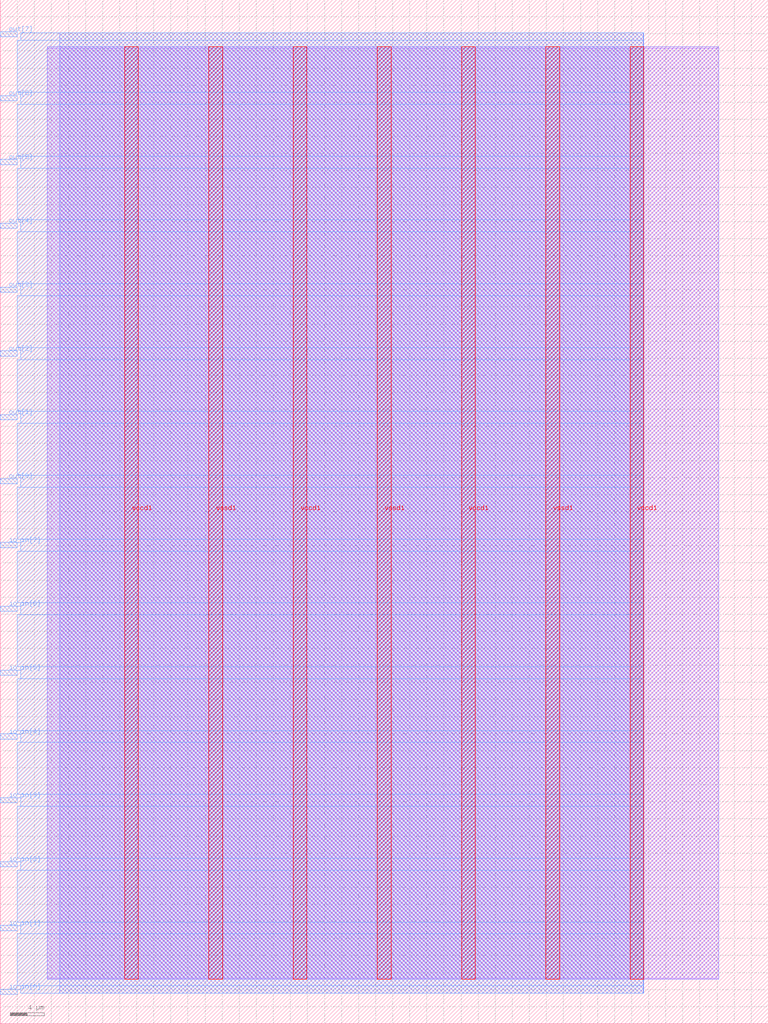
<source format=lef>
VERSION 5.7 ;
  NOWIREEXTENSIONATPIN ON ;
  DIVIDERCHAR "/" ;
  BUSBITCHARS "[]" ;
MACRO user_module
  CLASS BLOCK ;
  FOREIGN user_module ;
  ORIGIN 0.000 0.000 ;
  SIZE 90.000 BY 120.000 ;
  PIN io_in[0]
    DIRECTION INPUT ;
    USE SIGNAL ;
    PORT
      LAYER met3 ;
        RECT 0.000 3.440 2.000 4.040 ;
    END
  END io_in[0]
  PIN io_in[1]
    DIRECTION INPUT ;
    USE SIGNAL ;
    PORT
      LAYER met3 ;
        RECT 0.000 10.920 2.000 11.520 ;
    END
  END io_in[1]
  PIN io_in[2]
    DIRECTION INPUT ;
    USE SIGNAL ;
    PORT
      LAYER met3 ;
        RECT 0.000 18.400 2.000 19.000 ;
    END
  END io_in[2]
  PIN io_in[3]
    DIRECTION INPUT ;
    USE SIGNAL ;
    PORT
      LAYER met3 ;
        RECT 0.000 25.880 2.000 26.480 ;
    END
  END io_in[3]
  PIN io_in[4]
    DIRECTION INPUT ;
    USE SIGNAL ;
    PORT
      LAYER met3 ;
        RECT 0.000 33.360 2.000 33.960 ;
    END
  END io_in[4]
  PIN io_in[5]
    DIRECTION INPUT ;
    USE SIGNAL ;
    PORT
      LAYER met3 ;
        RECT 0.000 40.840 2.000 41.440 ;
    END
  END io_in[5]
  PIN io_in[6]
    DIRECTION INPUT ;
    USE SIGNAL ;
    PORT
      LAYER met3 ;
        RECT 0.000 48.320 2.000 48.920 ;
    END
  END io_in[6]
  PIN io_in[7]
    DIRECTION INPUT ;
    USE SIGNAL ;
    PORT
      LAYER met3 ;
        RECT 0.000 55.800 2.000 56.400 ;
    END
  END io_in[7]
  PIN out[0]
    DIRECTION OUTPUT TRISTATE ;
    USE SIGNAL ;
    PORT
      LAYER met3 ;
        RECT 0.000 63.280 2.000 63.880 ;
    END
  END out[0]
  PIN out[1]
    DIRECTION OUTPUT TRISTATE ;
    USE SIGNAL ;
    PORT
      LAYER met3 ;
        RECT 0.000 70.760 2.000 71.360 ;
    END
  END out[1]
  PIN out[2]
    DIRECTION OUTPUT TRISTATE ;
    USE SIGNAL ;
    PORT
      LAYER met3 ;
        RECT 0.000 78.240 2.000 78.840 ;
    END
  END out[2]
  PIN out[3]
    DIRECTION OUTPUT TRISTATE ;
    USE SIGNAL ;
    PORT
      LAYER met3 ;
        RECT 0.000 85.720 2.000 86.320 ;
    END
  END out[3]
  PIN out[4]
    DIRECTION OUTPUT TRISTATE ;
    USE SIGNAL ;
    PORT
      LAYER met3 ;
        RECT 0.000 93.200 2.000 93.800 ;
    END
  END out[4]
  PIN out[5]
    DIRECTION OUTPUT TRISTATE ;
    USE SIGNAL ;
    PORT
      LAYER met3 ;
        RECT 0.000 100.680 2.000 101.280 ;
    END
  END out[5]
  PIN out[6]
    DIRECTION OUTPUT TRISTATE ;
    USE SIGNAL ;
    PORT
      LAYER met3 ;
        RECT 0.000 108.160 2.000 108.760 ;
    END
  END out[6]
  PIN out[7]
    DIRECTION OUTPUT TRISTATE ;
    USE SIGNAL ;
    PORT
      LAYER met3 ;
        RECT 0.000 115.640 2.000 116.240 ;
    END
  END out[7]
  PIN vccd1
    DIRECTION INOUT ;
    USE POWER ;
    PORT
      LAYER met4 ;
        RECT 14.590 5.200 16.190 114.480 ;
    END
    PORT
      LAYER met4 ;
        RECT 34.330 5.200 35.930 114.480 ;
    END
    PORT
      LAYER met4 ;
        RECT 54.070 5.200 55.670 114.480 ;
    END
    PORT
      LAYER met4 ;
        RECT 73.810 5.200 75.410 114.480 ;
    END
  END vccd1
  PIN vssd1
    DIRECTION INOUT ;
    USE GROUND ;
    PORT
      LAYER met4 ;
        RECT 24.460 5.200 26.060 114.480 ;
    END
    PORT
      LAYER met4 ;
        RECT 44.200 5.200 45.800 114.480 ;
    END
    PORT
      LAYER met4 ;
        RECT 63.940 5.200 65.540 114.480 ;
    END
  END vssd1
  OBS
      LAYER li1 ;
        RECT 5.520 5.355 84.180 114.325 ;
      LAYER met1 ;
        RECT 5.520 5.200 84.180 114.480 ;
      LAYER met2 ;
        RECT 6.990 3.555 75.380 116.125 ;
      LAYER met3 ;
        RECT 2.400 115.240 75.400 116.105 ;
        RECT 2.000 109.160 75.400 115.240 ;
        RECT 2.400 107.760 75.400 109.160 ;
        RECT 2.000 101.680 75.400 107.760 ;
        RECT 2.400 100.280 75.400 101.680 ;
        RECT 2.000 94.200 75.400 100.280 ;
        RECT 2.400 92.800 75.400 94.200 ;
        RECT 2.000 86.720 75.400 92.800 ;
        RECT 2.400 85.320 75.400 86.720 ;
        RECT 2.000 79.240 75.400 85.320 ;
        RECT 2.400 77.840 75.400 79.240 ;
        RECT 2.000 71.760 75.400 77.840 ;
        RECT 2.400 70.360 75.400 71.760 ;
        RECT 2.000 64.280 75.400 70.360 ;
        RECT 2.400 62.880 75.400 64.280 ;
        RECT 2.000 56.800 75.400 62.880 ;
        RECT 2.400 55.400 75.400 56.800 ;
        RECT 2.000 49.320 75.400 55.400 ;
        RECT 2.400 47.920 75.400 49.320 ;
        RECT 2.000 41.840 75.400 47.920 ;
        RECT 2.400 40.440 75.400 41.840 ;
        RECT 2.000 34.360 75.400 40.440 ;
        RECT 2.400 32.960 75.400 34.360 ;
        RECT 2.000 26.880 75.400 32.960 ;
        RECT 2.400 25.480 75.400 26.880 ;
        RECT 2.000 19.400 75.400 25.480 ;
        RECT 2.400 18.000 75.400 19.400 ;
        RECT 2.000 11.920 75.400 18.000 ;
        RECT 2.400 10.520 75.400 11.920 ;
        RECT 2.000 4.440 75.400 10.520 ;
        RECT 2.400 3.575 75.400 4.440 ;
  END
END user_module
END LIBRARY


</source>
